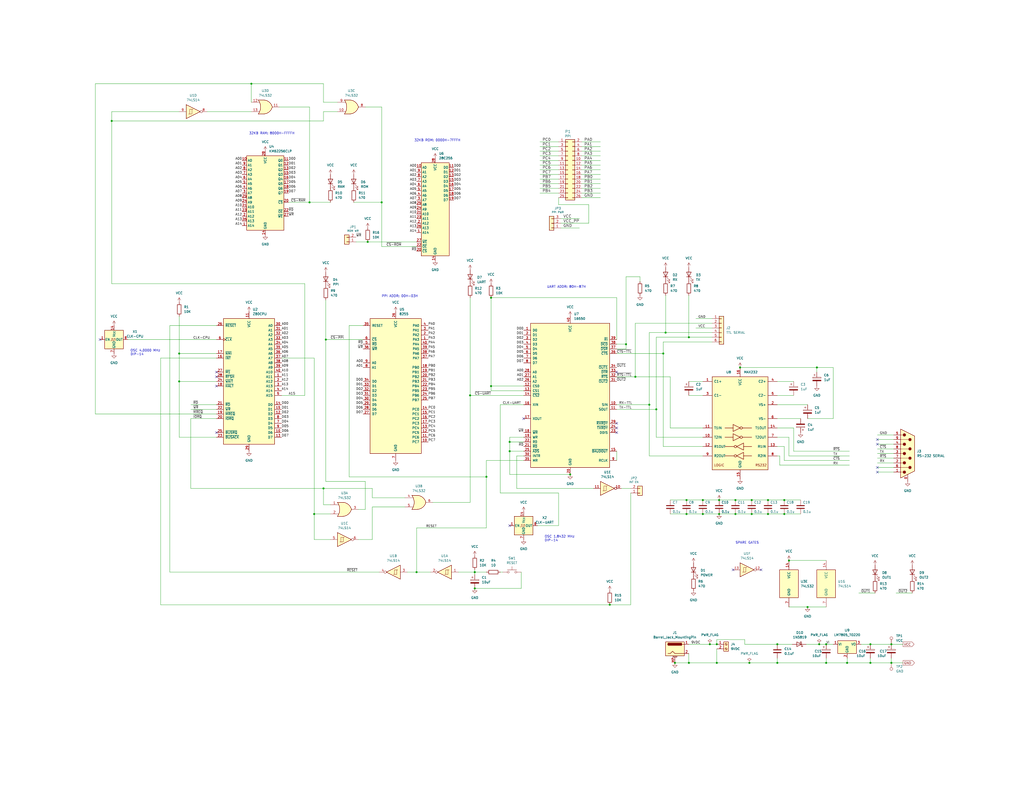
<source format=kicad_sch>
(kicad_sch (version 20211123) (generator eeschema)
  (paper "C")
  (junction (at 259.08 321.31))
  (junction (at 383.54 280.67))
  (junction (at 375.92 184.15))
  (junction (at 387.35 351.79))
  (junction (at 408.94 361.95))
  (junction (at 391.16 351.79))
  (junction (at 430.53 306.07))
  (junction (at 278.13 246.38))
  (junction (at 419.1 273.05))
  (junction (at 427.99 273.05))
  (junction (at 332.74 330.2))
  (junction (at 341.63 187.96))
  (junction (at 177.8 185.42))
  (junction (at 176.53 266.7))
  (junction (at 410.21 273.05))
  (junction (at 401.32 273.05))
  (junction (at 462.28 361.95))
  (junction (at 375.92 361.95))
  (junction (at 354.33 220.98))
  (junction (at 265.43 260.35))
  (junction (at 208.28 110.49))
  (junction (at 256.54 215.9))
  (junction (at 97.79 208.28))
  (junction (at 171.45 280.67))
  (junction (at 391.16 361.95))
  (junction (at 440.69 331.47))
  (junction (at 410.21 280.67))
  (junction (at 346.71 205.74))
  (junction (at 227.33 312.42))
  (junction (at 424.18 361.95))
  (junction (at 363.22 181.61))
  (junction (at 403.86 200.66))
  (junction (at 267.97 162.56))
  (junction (at 358.14 223.52))
  (junction (at 474.98 351.79))
  (junction (at 427.99 280.67))
  (junction (at 419.1 280.67))
  (junction (at 447.04 351.79))
  (junction (at 200.66 132.08))
  (junction (at 97.79 193.04))
  (junction (at 392.43 280.67))
  (junction (at 424.18 351.79))
  (junction (at 486.41 361.95))
  (junction (at 311.15 259.08))
  (junction (at 368.3 361.95))
  (junction (at 278.13 241.3))
  (junction (at 401.32 280.67))
  (junction (at 374.65 280.67))
  (junction (at 137.16 45.72))
  (junction (at 474.98 361.95))
  (junction (at 392.43 273.05))
  (junction (at 450.85 351.79))
  (junction (at 450.85 361.95))
  (junction (at 383.54 273.05))
  (junction (at 486.41 351.79))
  (junction (at 60.96 66.04))
  (junction (at 361.95 193.04))
  (junction (at 168.91 110.49))
  (junction (at 374.65 273.05))
  (junction (at 445.77 200.66))
  (junction (at 259.08 312.42))
  (junction (at 267.97 210.82))
  (no_connect (at 336.55 203.2))
  (no_connect (at 118.11 210.82))
  (no_connect (at 478.79 242.57))
  (no_connect (at 478.79 255.27))
  (no_connect (at 478.79 257.81))
  (no_connect (at 415.29 311.15))
  (no_connect (at 54.61 185.42))
  (no_connect (at 336.55 236.22))
  (no_connect (at 278.13 287.02))
  (no_connect (at 478.79 240.03))
  (no_connect (at 400.05 311.15))
  (no_connect (at 336.55 233.68))
  (no_connect (at 336.55 231.14))
  (no_connect (at 118.11 236.22))
  (no_connect (at 285.75 228.6))
  (no_connect (at 118.11 205.74))
  (no_connect (at 118.11 203.2))
  (wire (pts (xy 317.5 95.25) (xy 327.66 95.25)))
  (wire (pts (xy 424.18 351.79) (xy 432.2833 351.79)))
  (wire (pts (xy 391.16 351.79) (xy 391.16 349.25)))
  (wire (pts (xy 306.07 119.38) (xy 316.23 119.38)))
  (wire (pts (xy 354.33 248.92) (xy 383.54 248.92)))
  (wire (pts (xy 199.39 262.89) (xy 199.39 278.13)))
  (wire (pts (xy 273.05 269.24) (xy 304.8 269.24)))
  (wire (pts (xy 341.63 190.5) (xy 341.63 187.96)))
  (wire (pts (xy 273.05 312.42) (xy 274.32 312.42)))
  (wire (pts (xy 336.55 185.42) (xy 336.55 162.56)))
  (wire (pts (xy 346.71 176.53) (xy 346.71 205.74)))
  (wire (pts (xy 410.21 273.05) (xy 419.1 273.05)))
  (wire (pts (xy 97.79 193.04) (xy 97.79 208.28)))
  (wire (pts (xy 177.8 163.83) (xy 177.8 185.42)))
  (wire (pts (xy 365.76 273.05) (xy 374.65 273.05)))
  (wire (pts (xy 284.48 312.42) (xy 284.48 321.31)))
  (wire (pts (xy 285.75 213.36) (xy 267.97 213.36)))
  (wire (pts (xy 227.33 312.42) (xy 234.95 312.42)))
  (wire (pts (xy 250.19 312.42) (xy 259.08 312.42)))
  (wire (pts (xy 430.53 248.92) (xy 463.55 248.92)))
  (wire (pts (xy 401.32 273.05) (xy 410.21 273.05)))
  (wire (pts (xy 365.76 280.67) (xy 374.65 280.67)))
  (wire (pts (xy 294.64 77.47) (xy 304.8 77.47)))
  (wire (pts (xy 440.69 331.47) (xy 450.85 331.47)))
  (wire (pts (xy 433.07 246.38) (xy 463.55 246.38)))
  (wire (pts (xy 97.79 172.72) (xy 97.79 193.04)))
  (wire (pts (xy 285.75 238.76) (xy 278.13 238.76)))
  (wire (pts (xy 177.8 185.42) (xy 198.12 185.42)))
  (wire (pts (xy 391.16 361.95) (xy 408.94 361.95)))
  (wire (pts (xy 168.91 58.42) (xy 152.4 58.42)))
  (wire (pts (xy 104.14 266.7) (xy 176.53 266.7)))
  (wire (pts (xy 87.63 195.58) (xy 87.63 330.2)))
  (wire (pts (xy 375.92 161.29) (xy 375.92 184.15)))
  (wire (pts (xy 391.16 354.33) (xy 391.16 361.95)))
  (wire (pts (xy 195.58 294.64) (xy 203.2 294.64)))
  (wire (pts (xy 153.67 215.9) (xy 166.37 215.9)))
  (wire (pts (xy 375.92 215.9) (xy 383.54 215.9)))
  (wire (pts (xy 339.09 266.7) (xy 344.17 266.7)))
  (wire (pts (xy 52.07 226.06) (xy 52.07 45.72)))
  (wire (pts (xy 336.55 190.5) (xy 341.63 190.5)))
  (wire (pts (xy 306.07 124.46) (xy 316.23 124.46)))
  (wire (pts (xy 317.5 87.63) (xy 327.66 87.63)))
  (wire (pts (xy 474.98 359.41) (xy 474.98 361.95)))
  (wire (pts (xy 424.18 215.9) (xy 433.07 215.9)))
  (wire (pts (xy 317.5 92.71) (xy 327.66 92.71)))
  (wire (pts (xy 176.53 55.88) (xy 176.53 45.72)))
  (wire (pts (xy 294.64 102.87) (xy 304.8 102.87)))
  (wire (pts (xy 294.64 105.41) (xy 304.8 105.41)))
  (wire (pts (xy 113.03 60.96) (xy 137.16 60.96)))
  (wire (pts (xy 87.63 330.2) (xy 332.74 330.2)))
  (wire (pts (xy 285.75 246.38) (xy 278.13 246.38)))
  (wire (pts (xy 419.1 280.67) (xy 427.99 280.67)))
  (wire (pts (xy 478.79 257.81) (xy 487.68 257.81)))
  (wire (pts (xy 60.96 66.04) (xy 176.53 66.04)))
  (wire (pts (xy 193.04 110.49) (xy 208.28 110.49)))
  (wire (pts (xy 358.14 184.15) (xy 358.14 223.52)))
  (wire (pts (xy 424.18 359.41) (xy 424.18 361.95)))
  (wire (pts (xy 177.8 262.89) (xy 199.39 262.89)))
  (wire (pts (xy 168.91 110.49) (xy 180.34 110.49)))
  (wire (pts (xy 278.13 259.08) (xy 278.13 246.38)))
  (wire (pts (xy 256.54 274.32) (xy 236.22 274.32)))
  (wire (pts (xy 439.9033 351.79) (xy 447.04 351.79)))
  (wire (pts (xy 199.39 278.13) (xy 195.58 278.13)))
  (wire (pts (xy 256.54 162.56) (xy 256.54 215.9)))
  (wire (pts (xy 281.94 266.7) (xy 323.85 266.7)))
  (wire (pts (xy 424.18 361.95) (xy 450.85 361.95)))
  (wire (pts (xy 425.45 254) (xy 463.55 254)))
  (wire (pts (xy 137.16 45.72) (xy 137.16 55.88)))
  (wire (pts (xy 379.73 179.07) (xy 388.62 179.07)))
  (wire (pts (xy 445.77 200.66) (xy 454.66 200.66)))
  (wire (pts (xy 317.5 85.09) (xy 327.66 85.09)))
  (wire (pts (xy 478.79 242.57) (xy 487.68 242.57)))
  (wire (pts (xy 194.31 132.08) (xy 200.66 132.08)))
  (wire (pts (xy 427.99 251.46) (xy 463.55 251.46)))
  (wire (pts (xy 184.15 55.88) (xy 176.53 55.88)))
  (wire (pts (xy 190.5 260.35) (xy 265.43 260.35)))
  (wire (pts (xy 265.43 288.29) (xy 227.33 288.29)))
  (wire (pts (xy 430.53 238.76) (xy 430.53 248.92)))
  (wire (pts (xy 486.41 351.79) (xy 492.76 351.79)))
  (wire (pts (xy 445.77 200.66) (xy 445.77 203.2)))
  (wire (pts (xy 317.5 82.55) (xy 327.66 82.55)))
  (wire (pts (xy 478.79 250.19) (xy 487.68 250.19)))
  (wire (pts (xy 87.63 195.58) (xy 118.11 195.58)))
  (wire (pts (xy 440.69 228.6) (xy 454.66 228.6)))
  (wire (pts (xy 478.79 247.65) (xy 487.68 247.65)))
  (wire (pts (xy 424.18 233.68) (xy 433.07 233.68)))
  (wire (pts (xy 294.64 90.17) (xy 304.8 90.17)))
  (wire (pts (xy 424.18 220.98) (xy 440.69 220.98)))
  (wire (pts (xy 200.66 132.08) (xy 227.33 132.08)))
  (wire (pts (xy 317.5 102.87) (xy 327.66 102.87)))
  (wire (pts (xy 474.98 361.95) (xy 486.41 361.95)))
  (wire (pts (xy 227.33 288.29) (xy 227.33 312.42)))
  (wire (pts (xy 447.04 351.79) (xy 450.85 351.79)))
  (wire (pts (xy 176.53 275.59) (xy 180.34 275.59)))
  (wire (pts (xy 198.12 177.8) (xy 190.5 177.8)))
  (wire (pts (xy 387.35 351.79) (xy 391.16 351.79)))
  (wire (pts (xy 97.79 208.28) (xy 118.11 208.28)))
  (wire (pts (xy 317.5 97.79) (xy 327.66 97.79)))
  (wire (pts (xy 468.63 323.85) (xy 477.52 323.85)))
  (wire (pts (xy 153.67 195.58) (xy 171.45 195.58)))
  (wire (pts (xy 433.07 233.68) (xy 433.07 246.38)))
  (wire (pts (xy 118.11 177.8) (xy 92.71 177.8)))
  (wire (pts (xy 462.28 359.41) (xy 462.28 361.95)))
  (wire (pts (xy 294.64 82.55) (xy 304.8 82.55)))
  (wire (pts (xy 361.95 193.04) (xy 361.95 243.84)))
  (wire (pts (xy 474.98 351.79) (xy 486.41 351.79)))
  (wire (pts (xy 469.9 351.79) (xy 474.98 351.79)))
  (wire (pts (xy 450.85 359.41) (xy 450.85 361.95)))
  (wire (pts (xy 424.18 243.84) (xy 427.99 243.84)))
  (wire (pts (xy 166.37 154.94) (xy 60.96 154.94)))
  (wire (pts (xy 354.33 220.98) (xy 354.33 248.92)))
  (wire (pts (xy 321.31 111.76) (xy 321.31 121.92)))
  (wire (pts (xy 388.62 184.15) (xy 375.92 184.15)))
  (wire (pts (xy 60.96 154.94) (xy 60.96 66.04)))
  (wire (pts (xy 336.55 187.96) (xy 341.63 187.96)))
  (wire (pts (xy 430.53 331.47) (xy 440.69 331.47)))
  (wire (pts (xy 317.5 107.95) (xy 327.66 107.95)))
  (wire (pts (xy 403.86 200.66) (xy 445.77 200.66)))
  (wire (pts (xy 171.45 294.64) (xy 180.34 294.64)))
  (wire (pts (xy 97.79 193.04) (xy 118.11 193.04)))
  (wire (pts (xy 118.11 228.6) (xy 104.14 228.6)))
  (wire (pts (xy 317.5 100.33) (xy 327.66 100.33)))
  (wire (pts (xy 203.2 266.7) (xy 203.2 271.78)))
  (wire (pts (xy 171.45 280.67) (xy 180.34 280.67)))
  (wire (pts (xy 478.79 245.11) (xy 487.68 245.11)))
  (wire (pts (xy 488.95 323.85) (xy 497.84 323.85)))
  (wire (pts (xy 104.14 228.6) (xy 104.14 266.7)))
  (wire (pts (xy 104.14 220.98) (xy 118.11 220.98)))
  (wire (pts (xy 157.48 110.49) (xy 168.91 110.49)))
  (wire (pts (xy 278.13 241.3) (xy 285.75 241.3)))
  (wire (pts (xy 358.14 223.52) (xy 358.14 238.76)))
  (wire (pts (xy 208.28 58.42) (xy 199.39 58.42)))
  (wire (pts (xy 427.99 273.05) (xy 436.88 273.05)))
  (wire (pts (xy 166.37 215.9) (xy 166.37 154.94)))
  (wire (pts (xy 294.64 100.33) (xy 304.8 100.33)))
  (wire (pts (xy 336.55 246.38) (xy 336.55 251.46)))
  (wire (pts (xy 267.97 210.82) (xy 267.97 162.56)))
  (wire (pts (xy 375.92 184.15) (xy 358.14 184.15)))
  (wire (pts (xy 317.5 90.17) (xy 327.66 90.17)))
  (wire (pts (xy 203.2 276.86) (xy 203.2 294.64)))
  (wire (pts (xy 401.32 280.67) (xy 410.21 280.67)))
  (wire (pts (xy 365.76 205.74) (xy 365.76 233.68)))
  (wire (pts (xy 427.99 243.84) (xy 427.99 251.46)))
  (wire (pts (xy 332.74 330.2) (xy 344.17 330.2)))
  (wire (pts (xy 375.92 361.95) (xy 391.16 361.95)))
  (wire (pts (xy 256.54 215.9) (xy 285.75 215.9)))
  (wire (pts (xy 424.18 228.6) (xy 436.88 228.6)))
  (wire (pts (xy 171.45 195.58) (xy 171.45 280.67)))
  (wire (pts (xy 267.97 213.36) (xy 267.97 210.82)))
  (wire (pts (xy 336.55 223.52) (xy 358.14 223.52)))
  (wire (pts (xy 363.22 161.29) (xy 363.22 181.61)))
  (wire (pts (xy 358.14 238.76) (xy 383.54 238.76)))
  (wire (pts (xy 410.21 280.67) (xy 419.1 280.67)))
  (wire (pts (xy 374.65 280.67) (xy 383.54 280.67)))
  (wire (pts (xy 427.99 280.67) (xy 436.88 280.67)))
  (wire (pts (xy 285.75 210.82) (xy 267.97 210.82)))
  (wire (pts (xy 69.85 185.42) (xy 118.11 185.42)))
  (wire (pts (xy 168.91 110.49) (xy 168.91 58.42)))
  (wire (pts (xy 478.79 252.73) (xy 487.68 252.73)))
  (wire (pts (xy 227.33 134.62) (xy 208.28 134.62)))
  (wire (pts (xy 317.5 105.41) (xy 327.66 105.41)))
  (wire (pts (xy 454.66 200.66) (xy 454.66 228.6)))
  (wire (pts (xy 92.71 177.8) (xy 92.71 312.42)))
  (wire (pts (xy 424.18 208.28) (xy 433.07 208.28)))
  (wire (pts (xy 171.45 280.67) (xy 171.45 294.64)))
  (wire (pts (xy 311.15 259.08) (xy 278.13 259.08)))
  (wire (pts (xy 304.8 269.24) (xy 304.8 287.02)))
  (wire (pts (xy 374.65 273.05) (xy 383.54 273.05)))
  (wire (pts (xy 259.08 312.42) (xy 265.43 312.42)))
  (wire (pts (xy 379.73 173.99) (xy 388.62 173.99)))
  (wire (pts (xy 406.4 351.79) (xy 424.18 351.79)))
  (wire (pts (xy 60.96 60.96) (xy 60.96 66.04)))
  (wire (pts (xy 285.75 248.92) (xy 281.94 248.92)))
  (wire (pts (xy 97.79 238.76) (xy 97.79 208.28)))
  (wire (pts (xy 176.53 275.59) (xy 176.53 266.7)))
  (wire (pts (xy 361.95 186.69) (xy 361.95 193.04)))
  (wire (pts (xy 176.53 66.04) (xy 176.53 60.96)))
  (wire (pts (xy 383.54 273.05) (xy 392.43 273.05)))
  (wire (pts (xy 392.43 280.67) (xy 401.32 280.67)))
  (wire (pts (xy 388.62 176.53) (xy 346.71 176.53)))
  (wire (pts (xy 383.54 280.67) (xy 392.43 280.67)))
  (wire (pts (xy 478.79 255.27) (xy 487.68 255.27)))
  (wire (pts (xy 304.8 111.76) (xy 321.31 111.76)))
  (wire (pts (xy 317.5 77.47) (xy 327.66 77.47)))
  (wire (pts (xy 294.64 92.71) (xy 304.8 92.71)))
  (wire (pts (xy 375.92 356.87) (xy 375.92 361.95)))
  (wire (pts (xy 222.25 312.42) (xy 227.33 312.42)))
  (wire (pts (xy 430.53 306.07) (xy 450.85 306.07)))
  (wire (pts (xy 208.28 110.49) (xy 208.28 58.42)))
  (wire (pts (xy 349.25 151.13) (xy 349.25 153.67)))
  (wire (pts (xy 294.64 95.25) (xy 304.8 95.25)))
  (wire (pts (xy 408.94 361.95) (xy 424.18 361.95)))
  (wire (pts (xy 304.8 107.95) (xy 304.8 111.76)))
  (wire (pts (xy 341.63 151.13) (xy 349.25 151.13)))
  (wire (pts (xy 317.5 80.01) (xy 327.66 80.01)))
  (wire (pts (xy 391.16 349.25) (xy 406.4 349.25)))
  (wire (pts (xy 118.11 238.76) (xy 97.79 238.76)))
  (wire (pts (xy 321.31 121.92) (xy 306.07 121.92)))
  (wire (pts (xy 425.45 248.92) (xy 425.45 254)))
  (wire (pts (xy 363.22 181.61) (xy 354.33 181.61)))
  (wire (pts (xy 294.64 87.63) (xy 304.8 87.63)))
  (wire (pts (xy 97.79 60.96) (xy 60.96 60.96)))
  (wire (pts (xy 92.71 312.42) (xy 207.01 312.42)))
  (wire (pts (xy 267.97 162.56) (xy 336.55 162.56)))
  (wire (pts (xy 486.41 359.41) (xy 486.41 361.95)))
  (wire (pts (xy 52.07 45.72) (xy 137.16 45.72)))
  (wire (pts (xy 294.64 80.01) (xy 304.8 80.01)))
  (wire (pts (xy 265.43 251.46) (xy 285.75 251.46)))
  (wire (pts (xy 294.64 97.79) (xy 304.8 97.79)))
  (wire (pts (xy 259.08 312.42) (xy 259.08 313.69)))
  (wire (pts (xy 203.2 276.86) (xy 220.98 276.86)))
  (wire (pts (xy 259.08 311.15) (xy 259.08 312.42)))
  (wire (pts (xy 176.53 60.96) (xy 184.15 60.96)))
  (wire (pts (xy 486.41 361.95) (xy 492.76 361.95)))
  (wire (pts (xy 293.37 287.02) (xy 304.8 287.02)))
  (wire (pts (xy 450.85 351.79) (xy 454.66 351.79)))
  (wire (pts (xy 478.79 240.03) (xy 487.68 240.03)))
  (wire (pts (xy 285.75 220.98) (xy 273.05 220.98)))
  (wire (pts (xy 203.2 271.78) (xy 220.98 271.78)))
  (wire (pts (xy 450.85 361.95) (xy 462.28 361.95)))
  (wire (pts (xy 176.53 266.7) (xy 203.2 266.7)))
  (wire (pts (xy 190.5 260.35) (xy 190.5 177.8)))
  (wire (pts (xy 344.17 269.24) (xy 344.17 330.2)))
  (wire (pts (xy 346.71 205.74) (xy 365.76 205.74)))
  (wire (pts (xy 419.1 273.05) (xy 427.99 273.05)))
  (wire (pts (xy 462.28 361.95) (xy 474.98 361.95)))
  (wire (pts (xy 278.13 246.38) (xy 278.13 241.3)))
  (wire (pts (xy 281.94 248.92) (xy 281.94 266.7)))
  (wire (pts (xy 336.55 193.04) (xy 361.95 193.04)))
  (wire (pts (xy 278.13 238.76) (xy 278.13 241.3)))
  (wire (pts (xy 388.62 181.61) (xy 363.22 181.61)))
  (wire (pts (xy 361.95 186.69) (xy 388.62 186.69)))
  (wire (pts (xy 478.79 237.49) (xy 487.68 237.49)))
  (wire (pts (xy 273.05 220.98) (xy 273.05 269.24)))
  (wire (pts (xy 375.92 208.28) (xy 383.54 208.28)))
  (wire (pts (xy 361.95 243.84) (xy 383.54 243.84)))
  (wire (pts (xy 424.18 248.92) (xy 425.45 248.92)))
  (wire (pts (xy 365.76 233.68) (xy 383.54 233.68)))
  (wire (pts (xy 406.4 349.25) (xy 406.4 351.79)))
  (wire (pts (xy 294.64 85.09) (xy 304.8 85.09)))
  (wire (pts (xy 256.54 215.9) (xy 256.54 274.32)))
  (wire (pts (xy 336.55 220.98) (xy 354.33 220.98)))
  (wire (pts (xy 265.43 260.35) (xy 265.43 288.29)))
  (wire (pts (xy 177.8 185.42) (xy 177.8 262.89)))
  (wire (pts (xy 424.18 238.76) (xy 430.53 238.76)))
  (wire (pts (xy 341.63 187.96) (xy 341.63 151.13)))
  (wire (pts (xy 104.14 223.52) (xy 118.11 223.52)))
  (wire (pts (xy 354.33 181.61) (xy 354.33 220.98)))
  (wire (pts (xy 176.53 45.72) (xy 137.16 45.72)))
  (wire (pts (xy 118.11 226.06) (xy 52.07 226.06)))
  (wire (pts (xy 375.92 361.95) (xy 368.3 361.95)))
  (wire (pts (xy 336.55 205.74) (xy 346.71 205.74)))
  (wire (pts (xy 284.48 321.31) (xy 259.08 321.31)))
  (wire (pts (xy 375.92 351.79) (xy 387.35 351.79)))
  (wire (pts (xy 392.43 273.05) (xy 401.32 273.05)))
  (wire (pts (xy 208.28 134.62) (xy 208.28 110.49)))
  (wire (pts (xy 265.43 251.46) (xy 265.43 260.35)))
  (text "UART ADDR: 80H-87H" (at 298.45 157.48 0) (effects (font (size 1.27 1.27)) (justify left bottom)))
  (text "SPARE GATES" (at 401.32 297.18 0) (effects (font (size 1.27 1.27)) (justify left bottom)))
  (text "PPI ADDR: 00H-03H" (at 208.28 162.56 0) (effects (font (size 1.27 1.27)) (justify left bottom)))
  (text "OSC 1.8432 MHz\nDIP-14" (at 297.18 295.91 0) (effects (font (size 1.27 1.27)) (justify left bottom)))
  (text "32KB ROM: 0000H-7FFFH" (at 226.06 77.47 0) (effects (font (size 1.27 1.27)) (justify left bottom)))
  (text "32KB RAM: 8000H-FFFFH" (at 135.89 73.66 0) (effects (font (size 1.27 1.27)) (justify left bottom)))
  (text "OSC 4.0000 MHz\nDIP-14" (at 71.12 194.31 0) (effects (font (size 1.27 1.27)) (justify left bottom)))
  (label "A00" (at 132.08 87.63 180))
  (label "CLK-UART" (at 274.32 220.98 0))
  (label "~{OUT2}" (at 336.55 208.28 0))
  (label "GND" (at 318.77 107.95 0) (effects (font (size 1.524 1.524))))
  (label "~{RD}" (at 157.48 115.57 0))
  (label "PC2" (at 295.91 82.55 0) (effects (font (size 1.524 1.524))))
  (label "9VDC" (at 377.19 351.79 0))
  (label "PC3" (at 295.91 85.09 0) (effects (font (size 1.524 1.524))))
  (label "D03" (at 285.75 187.96 180))
  (label "PC7" (at 295.91 95.25 0) (effects (font (size 1.524 1.524))))
  (label "~{WR}" (at 157.48 118.11 0))
  (label "A09" (at 227.33 114.3 180))
  (label "A00" (at 153.67 177.8 0))
  (label "PA6" (at 233.68 193.04 0))
  (label "D07" (at 157.48 105.41 0))
  (label "A07" (at 227.33 109.22 180))
  (label "~{WR}" (at 194.31 129.54 0))
  (label "A02" (at 153.67 182.88 0))
  (label "RX" (at 454.66 254 0))
  (label "PC0" (at 295.91 77.47 0) (effects (font (size 1.524 1.524))))
  (label "~{WR}" (at 285.75 236.22 180))
  (label "PA1" (at 233.68 180.34 0))
  (label "PA1" (at 318.77 80.01 0) (effects (font (size 1.524 1.524))))
  (label "~{MREQ}" (at 105.41 226.06 0))
  (label "PA5" (at 318.77 90.17 0) (effects (font (size 1.524 1.524))))
  (label "A07" (at 153.67 195.58 0))
  (label "A01" (at 285.75 205.74 180))
  (label "D05" (at 153.67 233.68 0))
  (label "PC1" (at 295.91 80.01 0) (effects (font (size 1.524 1.524))))
  (label "D02" (at 157.48 92.71 0))
  (label "PA2" (at 233.68 182.88 0))
  (label "D06" (at 285.75 195.58 180))
  (label "PA7" (at 233.68 195.58 0))
  (label "PB3" (at 318.77 105.41 0) (effects (font (size 1.524 1.524))))
  (label "D04" (at 153.67 231.14 0))
  (label "TX-TTL" (at 337.82 223.52 0))
  (label "PC5" (at 233.68 236.22 0))
  (label "PB2" (at 318.77 102.87 0) (effects (font (size 1.524 1.524))))
  (label "~{RD}" (at 285.75 243.84 180))
  (label "D07" (at 285.75 198.12 180))
  (label "PA6" (at 318.77 92.71 0) (effects (font (size 1.524 1.524))))
  (label "A12" (at 132.08 118.11 180))
  (label "~{RESET}" (at 189.23 312.42 0))
  (label "PB6" (at 233.68 215.9 0))
  (label "A11" (at 132.08 115.57 180))
  (label "A09" (at 153.67 200.66 0))
  (label "RX" (at 480.06 252.73 0))
  (label "PB4" (at 295.91 105.41 0) (effects (font (size 1.524 1.524))))
  (label "D00" (at 285.75 180.34 180))
  (label "D04" (at 285.75 190.5 180))
  (label "PA4" (at 233.68 187.96 0))
  (label "PC6" (at 233.68 238.76 0))
  (label "A03" (at 227.33 99.06 180))
  (label "~{OUT2}" (at 490.22 323.85 0))
  (label "D03" (at 198.12 215.9 180))
  (label "~{CTS}" (at 480.06 245.11 0))
  (label "CLK-CPU" (at 105.41 185.42 0))
  (label "~{RTS}" (at 454.66 246.38 0))
  (label "D04" (at 157.48 97.79 0))
  (label "PC4" (at 295.91 87.63 0) (effects (font (size 1.524 1.524))))
  (label "A00" (at 227.33 91.44 180))
  (label "A11" (at 153.67 205.74 0))
  (label "~{OUT1}" (at 469.9 323.85 0))
  (label "PB4" (at 233.68 210.82 0))
  (label "RESET" (at 232.41 288.29 0))
  (label "A01" (at 198.12 200.66 180))
  (label "~{CS-RAM}" (at 158.75 110.49 0))
  (label "PA3" (at 318.77 85.09 0) (effects (font (size 1.524 1.524))))
  (label "PC6" (at 295.91 92.71 0) (effects (font (size 1.524 1.524))))
  (label "PA7" (at 318.77 95.25 0) (effects (font (size 1.524 1.524))))
  (label "PB3" (at 233.68 208.28 0))
  (label "D05" (at 247.65 104.14 0))
  (label "D00" (at 153.67 220.98 0))
  (label "A04" (at 153.67 187.96 0))
  (label "PB2" (at 233.68 205.74 0))
  (label "A12" (at 153.67 208.28 0))
  (label "TX" (at 454.66 248.92 0))
  (label "A01" (at 132.08 90.17 180))
  (label "VI" (at 450.85 351.79 0))
  (label "D00" (at 198.12 208.28 180))
  (label "A14" (at 227.33 127 180))
  (label "VCC" (at 307.34 119.38 0) (effects (font (size 1.524 1.524))))
  (label "D06" (at 198.12 223.52 180))
  (label "TX" (at 480.06 247.65 0))
  (label "~{RD}" (at 105.41 220.98 0))
  (label "RX-TTL" (at 337.82 220.98 0))
  (label "PC0" (at 233.68 223.52 0))
  (label "A01" (at 227.33 93.98 180))
  (label "A10" (at 132.08 113.03 180))
  (label "GND" (at 381 173.99 0))
  (label "D00" (at 157.48 87.63 0))
  (label "~{OUT1}" (at 336.55 200.66 0))
  (label "A00" (at 198.12 198.12 180))
  (label "A11" (at 227.33 119.38 180))
  (label "A02" (at 227.33 96.52 180))
  (label "~{CTS}" (at 454.66 251.46 0))
  (label "D02" (at 198.12 213.36 180))
  (label "GND" (at 480.06 237.49 0))
  (label "A02" (at 285.75 208.28 180))
  (label "D04" (at 198.12 218.44 180))
  (label "D00" (at 247.65 91.44 0))
  (label "PB1" (at 233.68 203.2 0))
  (label "D07" (at 247.65 109.22 0))
  (label "PA0" (at 233.68 177.8 0))
  (label "PB0" (at 233.68 200.66 0))
  (label "PC3" (at 233.68 231.14 0))
  (label "A09" (at 132.08 110.49 180))
  (label "A10" (at 227.33 116.84 180))
  (label "A03" (at 153.67 185.42 0))
  (label "A13" (at 227.33 124.46 180))
  (label "A01" (at 153.67 180.34 0))
  (label "A08" (at 153.67 198.12 0))
  (label "D02" (at 285.75 185.42 180))
  (label "A10" (at 153.67 203.2 0))
  (label "A02" (at 132.08 92.71 180))
  (label "~{CS-ROM}" (at 210.82 134.62 0))
  (label "PA5" (at 233.68 190.5 0))
  (label "PC1" (at 233.68 226.06 0))
  (label "D01" (at 153.67 223.52 0))
  (label "PB5" (at 233.68 213.36 0))
  (label "D03" (at 153.67 228.6 0))
  (label "PA2" (at 318.77 82.55 0) (effects (font (size 1.524 1.524))))
  (label "PC7" (at 233.68 241.3 0))
  (label "A04" (at 227.33 101.6 180))
  (label "VCC_PP" (at 307.34 121.92 0) (effects (font (size 1.524 1.524))))
  (label "D03" (at 157.48 95.25 0))
  (label "A06" (at 132.08 102.87 180))
  (label "A14" (at 153.67 213.36 0))
  (label "D06" (at 247.65 106.68 0))
  (label "~{RD}" (at 198.12 187.96 180))
  (label "A04" (at 132.08 97.79 180))
  (label "D06" (at 157.48 102.87 0))
  (label "A14" (at 132.08 123.19 180))
  (label "A05" (at 227.33 104.14 180))
  (label "D05" (at 157.48 100.33 0))
  (label "PB6" (at 295.91 100.33 0) (effects (font (size 1.524 1.524))))
  (label "~{WR}" (at 105.41 223.52 0))
  (label "PC5" (at 295.91 90.17 0) (effects (font (size 1.524 1.524))))
  (label "PA0" (at 318.77 77.47 0) (effects (font (size 1.524 1.524))))
  (label "~{CTS-TTL}" (at 336.55 193.04 0))
  (label "A05" (at 132.08 100.33 180))
  (label "GND" (at 307.34 124.46 0) (effects (font (size 1.524 1.524))))
  (label "PA4" (at 318.77 87.63 0) (effects (font (size 1.524 1.524))))
  (label "D01" (at 157.48 90.17 0))
  (label "A06" (at 153.67 193.04 0))
  (label "A07" (at 132.08 105.41 180))
  (label "D07" (at 153.67 238.76 0))
  (label "A13" (at 153.67 210.82 0))
  (label "D05" (at 285.75 193.04 180))
  (label "D01" (at 247.65 93.98 0))
  (label "D02" (at 247.65 96.52 0))
  (label "PB1" (at 318.77 100.33 0) (effects (font (size 1.524 1.524))))
  (label "D06" (at 153.67 236.22 0))
  (label "~{RTS}" (at 480.06 250.19 0))
  (label "~{CS-PPI}" (at 180.34 185.42 0))
  (label "~{WR}" (at 198.12 190.5 180))
  (label "~{RTS-TTL}" (at 336.55 205.74 0))
  (label "PC2" (at 233.68 228.6 0))
  (label "PB5" (at 295.91 102.87 0) (effects (font (size 1.524 1.524))))
  (label "~{CS-UART}" (at 259.08 215.9 0))
  (label "A03" (at 132.08 95.25 180))
  (label "PC4" (at 233.68 233.68 0))
  (label "D03" (at 247.65 99.06 0))
  (label "D01" (at 285.75 182.88 180))
  (label "D05" (at 198.12 220.98 180))
  (label "PB7" (at 233.68 218.44 0))
  (label "A15" (at 157.48 215.9 0))
  (label "PB0" (at 318.77 97.79 0) (effects (font (size 1.524 1.524))))
  (label "PA3" (at 233.68 185.42 0))
  (label "PB7" (at 295.91 97.79 0) (effects (font (size 1.524 1.524))))
  (label "A05" (at 153.67 190.5 0))
  (label "D01" (at 198.12 210.82 180))
  (label "~{RD}" (at 227.33 137.16 180))
  (label "A13" (at 132.08 120.65 180))
  (label "D04" (at 247.65 101.6 0))
  (label "A12" (at 227.33 121.92 180))
  (label "A06" (at 227.33 106.68 180))
  (label "A08" (at 227.33 111.76 180))
  (label "D02" (at 153.67 226.06 0))
  (label "VCC" (at 381 179.07 0))
  (label "~{IORQ}" (at 105.41 228.6 0))
  (label "A00" (at 285.75 203.2 180))
  (label "D07" (at 198.12 226.06 180))
  (label "A08" (at 132.08 107.95 180))
  (global_label "VCC" (shape output) (at 492.76 351.79 0) (property "Intersheet References" "${INTERSHEET_REFS}" (effects hide)))
  (global_label "GND" (shape output) (at 492.76 361.95 0) (property "Intersheet References" "${INTERSHEET_REFS}" (effects hide)))
  (symbol (lib_id "power:VCC") (at 378.46 307.34 0) (unit 1)
    (property "Reference" "#PWR018" (effects hide))
    (property "Value" "VCC" (at 378.46 302.26 0))
  )
  (symbol (lib_id "Device:C") (at 365.76 276.86 0) (unit 1)
    (property "Reference" "C7" (at 367.03 274.32 0) (effects (justify left)))
    (property "Value" "0.1u" (at 367.03 279.4 0) (effects (justify left)))
    (property "Footprint" "Capacitor_THT:C_Disc_D5.0mm_W2.5mm_P5.00mm" (effects hide))
  )
  (symbol (lib_id "power:VCC") (at 177.8 148.59 0) (unit 1)
    (property "Reference" "#PWR020" (effects hide))
    (property "Value" "VCC" (at 177.8 143.51 0))
  )
  (symbol (lib_id "Device:C_Polarized") (at 440.69 224.79 0) (unit 1)
    (property "Reference" "C5" (at 444.5 222.6309 0) (effects (justify left)))
    (property "Value" "1uF" (at 444.5 225.1709 0) (effects (justify left)))
    (property "Footprint" "Capacitor_THT:CP_Radial_D5.0mm_P2.50mm" (effects hide))
  )
  (symbol (lib_id "power:VCC") (at 285.75 279.4 0) (unit 1)
    (property "Reference" "#PWR025" (effects hide))
    (property "Value" "VCC" (at 285.75 274.32 0))
  )
  (symbol (lib_id "power:GND") (at 62.23 193.04 0) (unit 1)
    (property "Reference" "#PWR02" (effects hide))
    (property "Value" "GND" (at 62.23 198.12 0))
  )
  (symbol (lib_id "74xx:74LS14") (at 187.96 294.64 0) (unit 3)
    (property "Reference" "U1" (at 187.96 285.75 0))
    (property "Value" "74LS14" (at 187.96 288.29 0))
    (property "Footprint" "Package_DIP:DIP-14_W7.62mm_Socket_LongPads" (effects hide))
    (property "Datasheet" "http://www.ti.com/lit/gpn/sn74LS14" (effects hide))
  )
  (symbol (lib_id "power:GND") (at 445.77 210.82 0) (unit 1)
    (property "Reference" "#PWR029" (effects hide))
    (property "Value" "GND" (at 445.77 215.9 0))
  )
  (symbol (lib_id "Device:R") (at 497.84 320.04 0) (unit 1)
    (property "Reference" "R14" (at 500.38 318.7699 0) (effects (justify left)))
    (property "Value" "470" (at 500.38 321.3099 0) (effects (justify left)))
    (property "Footprint" "Resistor_THT:R_Axial_DIN0207_L6.3mm_D2.5mm_P7.62mm_Horizontal" (effects hide))
  )
  (symbol (lib_id "power:GND") (at 440.69 331.47 0) (unit 1)
    (property "Reference" "#PWR028" (effects hide))
    (property "Value" "GND" (at 440.69 336.55 0))
  )
  (symbol (lib_id "Interface_UART:MAX232") (at 403.86 231.14 0) (unit 1)
    (property "Reference" "U8" (at 396.24 203.2 0) (effects (justify left)))
    (property "Value" "MAX232" (at 405.8794 203.2 0) (effects (justify left)))
    (property "Footprint" "Package_DIP:DIP-16_W7.62mm_Socket_LongPads" (effects hide))
    (property "Datasheet" "http://www.ti.com/lit/ds/symlink/max232.pdf" (effects hide))
  )
  (symbol (lib_id "power:VCC") (at 267.97 154.94 0) (unit 1)
    (property "Reference" "#PWR014" (effects hide))
    (property "Value" "VCC" (at 267.97 149.86 0))
  )
  (symbol (lib_id "Device:LED") (at 378.46 311.15 90) (unit 1)
    (property "Reference" "D1" (at 382.27 311.4674 90) (effects (justify right)))
    (property "Value" "POWER" (at 382.27 314.0074 90) (effects (justify right)))
    (property "Footprint" "LED_THT:LED_D3.0mm" (effects hide))
  )
  (symbol (lib_id "Regulator_Linear:LM7805_TO220") (at 462.28 351.79 0) (unit 1)
    (property "Reference" "U9" (at 462.28 344.17 0))
    (property "Value" "LM7805_TO220" (at 462.28 346.71 0))
    (property "Footprint" "Package_TO_SOT_THT:TO-220-3_Horizontal_TabDown" (effects hide))
    (property "Datasheet" "https://www.onsemi.cn/PowerSolutions/document/MC7800-D.PDF" (effects hide))
  )
  (symbol (lib_id "74xx:74LS14") (at 450.85 318.77 0) (unit 7)
    (property "Reference" "U1" (at 457.2 317.4999 0) (effects (justify left)))
    (property "Value" "74LS14" (at 457.2 320.0399 0) (effects (justify left)))
    (property "Footprint" "Package_DIP:DIP-14_W7.62mm_Socket_LongPads" (effects hide))
    (property "Datasheet" "http://www.ti.com/lit/gpn/sn74LS14" (effects hide))
  )
  (symbol (lib_id "Device:R") (at 269.24 312.42 90) (unit 1)
    (property "Reference" "R4" (at 269.24 306.07 90))
    (property "Value" "10" (at 269.24 308.61 90))
    (property "Footprint" "Resistor_THT:R_Axial_DIN0207_L6.3mm_D2.5mm_P7.62mm_Horizontal" (effects hide))
  )
  (symbol (lib_id "power:GND") (at 495.3 262.89 0) (unit 1)
    (property "Reference" "#PWR030" (effects hide))
    (property "Value" "GND" (at 495.3 267.97 0))
  )
  (symbol (lib_id "Device:R") (at 97.79 168.91 0) (unit 1)
    (property "Reference" "R1" (at 100.33 167.6399 0) (effects (justify left)))
    (property "Value" "10K" (at 100.33 170.1799 0) (effects (justify left)))
    (property "Footprint" "Resistor_THT:R_Axial_DIN0207_L6.3mm_D2.5mm_P7.62mm_Horizontal" (effects hide))
  )
  (symbol (lib_id "74xx:74LS14") (at 407.67 311.15 0) (unit 6)
    (property "Reference" "U1" (at 407.67 302.26 0))
    (property "Value" "74LS14" (at 407.67 304.8 0))
    (property "Footprint" "Package_DIP:DIP-14_W7.62mm_Socket_LongPads" (effects hide))
    (property "Datasheet" "http://www.ti.com/lit/gpn/sn74LS14" (effects hide))
  )
  (symbol (lib_id "Device:C") (at 383.54 276.86 0) (unit 1)
    (property "Reference" "C9" (at 384.81 274.32 0) (effects (justify left)))
    (property "Value" "0.1u" (at 384.81 279.4 0) (effects (justify left)))
    (property "Footprint" "Capacitor_THT:C_Disc_D5.0mm_W2.5mm_P5.00mm" (effects hide))
  )
  (symbol (lib_id "Device:R") (at 477.52 320.04 0) (unit 1)
    (property "Reference" "R13" (at 480.06 318.7699 0) (effects (justify left)))
    (property "Value" "470" (at 480.06 321.3099 0) (effects (justify left)))
    (property "Footprint" "Resistor_THT:R_Axial_DIN0207_L6.3mm_D2.5mm_P7.62mm_Horizontal" (effects hide))
  )
  (symbol (lib_id "Device:C_Polarized") (at 433.07 212.09 0) (unit 1)
    (property "Reference" "C3" (at 436.88 209.9309 0) (effects (justify left)))
    (property "Value" "1uF" (at 436.88 212.4709 0) (effects (justify left)))
    (property "Footprint" "Capacitor_THT:CP_Radial_D5.0mm_P2.50mm" (effects hide))
  )
  (symbol (lib_id "Connector:DB9_Male_MountingHoles") (at 495.3 247.65 0) (unit 1)
    (property "Reference" "J3" (at 500.38 246.3799 0) (effects (justify left)))
    (property "Value" "RS-232 SERIAL" (at 500.38 248.9199 0) (effects (justify left)))
    (property "Footprint" "Connector_Dsub:DSUB-9_Male_Horizontal_P2.77x2.84mm_EdgePinOffset4.94mm_Housed_MountingHolesOffset7.48mm" (effects hide))
    (property "Datasheet" " ~" (effects hide))
  )
  (symbol (lib_id "power:VCC") (at 363.22 146.05 0) (unit 1)
    (property "Reference" "#PWR031" (effects hide))
    (property "Value" "VCC" (at 363.22 140.97 0))
  )
  (symbol (lib_id "Device:R") (at 375.92 157.48 0) (unit 1)
    (property "Reference" "R8" (at 378.46 156.2099 0) (effects (justify left)))
    (property "Value" "470" (at 378.46 158.7499 0) (effects (justify left)))
    (property "Footprint" "Resistor_THT:R_Axial_DIN0207_L6.3mm_D2.5mm_P7.62mm_Horizontal" (effects hide))
  )
  (symbol (lib_id "Device:C") (at 401.32 276.86 0) (unit 1)
    (property "Reference" "C11" (at 402.59 274.32 0) (effects (justify left)))
    (property "Value" "0.1u" (at 402.59 279.4 0) (effects (justify left)))
    (property "Footprint" "Capacitor_THT:C_Disc_D5.0mm_W2.5mm_P5.00mm" (effects hide))
  )
  (symbol (lib_id "74xx:74LS32") (at 187.96 278.13 0) (unit 1)
    (property "Reference" "U3" (at 187.96 269.24 0))
    (property "Value" "74LS32" (at 187.96 271.78 0))
    (property "Footprint" "Package_DIP:DIP-14_W7.62mm_Socket_LongPads" (effects hide))
    (property "Datasheet" "http://www.ti.com/lit/gpn/sn74LS32" (effects hide))
  )
  (symbol (lib_id "power:GND") (at 311.15 259.08 0) (unit 1)
    (property "Reference" "#PWR016" (effects hide))
    (property "Value" "GND" (at 311.15 264.16 0))
  )
  (symbol (lib_id "Device:C") (at 392.43 276.86 0) (unit 1)
    (property "Reference" "C10" (at 393.7 274.32 0) (effects (justify left)))
    (property "Value" "0.1u" (at 393.7 279.4 0) (effects (justify left)))
    (property "Footprint" "Capacitor_THT:C_Disc_D5.0mm_W2.5mm_P5.00mm" (effects hide))
  )
  (symbol (lib_id "Device:LED") (at 256.54 151.13 90) (unit 1)
    (property "Reference" "D7" (at 260.35 151.4474 90) (effects (justify right)))
    (property "Value" "UART" (at 260.35 153.9874 90) (effects (justify right)))
    (property "Footprint" "LED_THT:LED_D3.0mm" (effects hide))
  )
  (symbol (lib_id "Device:C_Polarized") (at 436.88 232.41 180) (unit 1)
    (property "Reference" "C4" (at 440.69 232.0289 0) (effects (justify right)))
    (property "Value" "1uF" (at 440.69 234.5689 0) (effects (justify right)))
    (property "Footprint" "Capacitor_THT:CP_Radial_D5.0mm_P2.50mm" (effects hide))
  )
  (symbol (lib_id "74xx:74LS32") (at 430.53 318.77 0) (unit 5)
    (property "Reference" "U3" (at 436.88 317.4999 0) (effects (justify left)))
    (property "Value" "74LS32" (at 436.88 320.0399 0) (effects (justify left)))
    (property "Footprint" "Package_DIP:DIP-14_W7.62mm_Socket_LongPads" (effects hide))
    (property "Datasheet" "http://www.ti.com/lit/gpn/sn74LS32" (effects hide))
  )
  (symbol (lib_id "Device:C") (at 419.1 276.86 0) (unit 1)
    (property "Reference" "C13" (at 420.37 274.32 0) (effects (justify left)))
    (property "Value" "0.1u" (at 420.37 279.4 0) (effects (justify left)))
    (property "Footprint" "Capacitor_THT:C_Disc_D5.0mm_W2.5mm_P5.00mm" (effects hide))
  )
  (symbol (lib_id "power:GND") (at 215.9 251.46 0) (unit 1)
    (property "Reference" "#PWR09" (effects hide))
    (property "Value" "GND" (at 215.9 256.54 0))
  )
  (symbol (lib_id "Device:R") (at 267.97 158.75 0) (unit 1)
    (property "Reference" "R3" (at 270.51 157.4799 0) (effects (justify left)))
    (property "Value" "10K" (at 270.51 160.0199 0) (effects (justify left)))
    (property "Footprint" "Resistor_THT:R_Axial_DIN0207_L6.3mm_D2.5mm_P7.62mm_Horizontal" (effects hide))
  )
  (symbol (lib_id "Device:R") (at 180.34 106.68 0) (unit 1)
    (property "Reference" "R10" (at 182.88 105.4099 0) (effects (justify left)))
    (property "Value" "470" (at 182.88 107.9499 0) (effects (justify left)))
    (property "Footprint" "Resistor_THT:R_Axial_DIN0207_L6.3mm_D2.5mm_P7.62mm_Horizontal" (effects hide))
  )
  (symbol (lib_id "CPU:Z80CPU") (at 135.89 208.28 0) (unit 1)
    (property "Reference" "U2" (at 137.9094 168.91 0) (effects (justify left)))
    (property "Value" "Z80CPU" (at 137.9094 171.45 0) (effects (justify left)))
    (property "Footprint" "Package_DIP:DIP-40_W15.24mm_Socket_LongPads" (effects hide))
    (property "Datasheet" "www.zilog.com/manage_directlink.php?filepath=docs/z80/um0080" (effects hide))
  )
  (symbol (lib_id "power:VCC") (at 97.79 165.1 0) (unit 1)
    (property "Reference" "#PWR03" (effects hide))
    (property "Value" "VCC" (at 97.79 160.02 0))
  )
  (symbol (lib_id "74xx:74LS14") (at 331.47 266.7 0) (unit 5)
    (property "Reference" "U1" (at 331.47 257.81 0))
    (property "Value" "74LS14" (at 331.47 260.35 0))
    (property "Footprint" "Package_DIP:DIP-14_W7.62mm_Socket_LongPads" (effects hide))
    (property "Datasheet" "http://www.ti.com/lit/gpn/sn74LS14" (effects hide))
  )
  (symbol (lib_id "74xx:74LS14") (at 242.57 312.42 180) (unit 1)
    (property "Reference" "U1" (at 242.57 303.53 0))
    (property "Value" "74LS14" (at 242.57 306.07 0))
    (property "Footprint" "Package_DIP:DIP-14_W7.62mm_Socket_LongPads" (effects hide))
    (property "Datasheet" "http://www.ti.com/lit/gpn/sn74LS14" (effects hide))
  )
  (symbol (lib_id "Device:LED") (at 177.8 152.4 90) (unit 1)
    (property "Reference" "D4" (at 181.61 152.7174 90) (effects (justify right)))
    (property "Value" "PPI" (at 181.61 155.2574 90) (effects (justify right)))
    (property "Footprint" "LED_THT:LED_D3.0mm" (effects hide))
  )
  (symbol (lib_id "Connector:Barrel_Jack_MountingPin") (at 368.3 354.33 0) (unit 1)
    (property "Reference" "J1" (at 368.3 345.44 0))
    (property "Value" "Barrel_Jack_MountingPin" (at 368.3 347.98 0))
    (property "Footprint" "Connector_BarrelJack:BarrelJack_Horizontal" (effects hide))
  )
  (symbol (lib_id "Connector:TestPoint") (at 486.41 361.95 180) (unit 1)
    (property "Reference" "TP2" (at 488.95 363.9819 0) (effects (justify right)))
    (property "Value" "GND" (at 488.95 366.5219 0) (effects (justify right)))
    (property "Footprint" "Connector_PinHeader_2.54mm:PinHeader_1x01_P2.54mm_Vertical" (effects hide))
  )
  (symbol (lib_id "Connector:TestPoint") (at 486.41 351.79 0) (unit 1)
    (property "Reference" "TP1" (at 488.95 347.2179 0) (effects (justify left)))
    (property "Value" "VCC" (at 488.95 349.7579 0) (effects (justify left)))
    (property "Footprint" "Connector_PinHeader_2.54mm:PinHeader_1x01_P2.54mm_Vertical" (effects hide))
  )
  (symbol (lib_id "Device:C") (at 374.65 276.86 0) (unit 1)
    (property "Reference" "C8" (at 375.92 274.32 0) (effects (justify left)))
    (property "Value" "0.1u" (at 375.92 279.4 0) (effects (justify left)))
    (property "Footprint" "Capacitor_THT:C_Disc_D5.0mm_W2.5mm_P5.00mm" (effects hide))
  )
  (symbol (lib_id "Connector_Generic:Conn_01x02") (at 349.25 269.24 0) (mirror x) (unit 1)
    (property "Reference" "JP2" (at 345.8718 261.0866 0))
    (property "Value" "INT EN" (at 345.8718 263.2202 0) (effects (font (size 1.016 1.016))))
    (property "Footprint" "Connector_PinHeader_2.54mm:PinHeader_1x02_P2.54mm_Vertical" (effects hide))
  )
  (symbol (lib_id "power:VCC") (at 497.84 308.61 0) (unit 1)
    (property "Reference" "#PWR037" (effects hide))
    (property "Value" "VCC" (at 497.84 303.53 0))
  )
  (symbol (lib_id "Device:C_Polarized") (at 486.41 355.6 0) (unit 1)
    (property "Reference" "C17" (at 480.06 355.6 0) (effects (justify left)))
    (property "Value" "10uF" (at 478.79 358.14 0) (effects (justify left)))
    (property "Footprint" "Capacitor_THT:CP_Radial_D5.0mm_P2.50mm" (effects hide))
  )
  (symbol (lib_id "74xx:74LS14") (at 214.63 312.42 180) (unit 2)
    (property "Reference" "U1" (at 214.63 303.53 0))
    (property "Value" "74LS14" (at 214.63 306.07 0))
    (property "Footprint" "Package_DIP:DIP-14_W7.62mm_Socket_LongPads" (effects hide))
    (property "Datasheet" "http://www.ti.com/lit/gpn/sn74LS14" (effects hide))
  )
  (symbol (lib_id "Connector_Generic:Conn_01x02") (at 189.23 132.08 180) (unit 1)
    (property "Reference" "JP1" (at 192.6082 123.9266 0))
    (property "Value" "ROM WR" (at 192.6082 126.0602 0) (effects (font (size 1.016 1.016))))
    (property "Footprint" "Connector_PinHeader_2.54mm:PinHeader_1x02_P2.54mm_Vertical" (effects hide))
  )
  (symbol (lib_id "Interface:8255") (at 215.9 210.82 0) (unit 1)
    (property "Reference" "U5" (at 217.9194 168.91 0) (effects (justify left)))
    (property "Value" "8255" (at 217.9194 171.45 0) (effects (justify left)))
    (property "Footprint" "Package_DIP:DIP-40_W15.24mm_Socket_LongPads" (effects hide))
    (property "Datasheet" "http://aturing.umcs.maine.edu/~meadow/courses/cos335/Intel8255A.pdf" (effects hide))
  )
  (symbol (lib_id "Connector_Generic:Conn_02x13_Odd_Even") (at 309.88 92.71 0) (unit 1)
    (property "Reference" "P1" (at 309.88 71.8566 0) (effects (font (size 1.524 1.524))))
    (property "Value" "PPI" (at 309.88 74.3458 0))
    (property "Footprint" "Connector_IDC:IDC-Header_2x13_P2.54mm_Horizontal" (effects hide))
  )
  (symbol (lib_id "Device:LED") (at 477.52 312.42 90) (unit 1)
    (property "Reference" "D8" (at 481.33 312.7374 90) (effects (justify right)))
    (property "Value" "OUT1" (at 481.33 315.2774 90) (effects (justify right)))
    (property "Footprint" "LED_THT:LED_D3.0mm" (effects hide))
  )
  (symbol (lib_id "Device:R") (at 256.54 158.75 0) (unit 1)
    (property "Reference" "R12" (at 259.08 157.4799 0) (effects (justify left)))
    (property "Value" "470" (at 259.08 160.0199 0) (effects (justify left)))
    (property "Footprint" "Resistor_THT:R_Axial_DIN0207_L6.3mm_D2.5mm_P7.62mm_Horizontal" (effects hide))
  )
  (symbol (lib_id "power:VCC") (at 375.92 146.05 0) (unit 1)
    (property "Reference" "#PWR032" (effects hide))
    (property "Value" "VCC" (at 375.92 140.97 0))
  )
  (symbol (lib_id "power:GND") (at 135.89 246.38 0) (unit 1)
    (property "Reference" "#PWR05" (effects hide))
    (property "Value" "GND" (at 135.89 251.46 0))
  )
  (symbol (lib_id "Device:LED") (at 363.22 149.86 90) (unit 1)
    (property "Reference" "D2" (at 367.03 150.1774 90) (effects (justify right)))
    (property "Value" "RX" (at 367.03 152.7174 90) (effects (justify right)))
    (property "Footprint" "LED_THT:LED_D3.0mm" (effects hide))
  )
  (symbol (lib_id "Memory_RAM:KM62256CLP") (at 144.78 105.41 0) (unit 1)
    (property "Reference" "U4" (at 146.7994 80.01 0) (effects (justify left)))
    (property "Value" "KM62256CLP" (at 146.7994 82.55 0) (effects (justify left)))
    (property "Footprint" "Package_DIP:DIP-28_W15.24mm_Socket_LongPads" (effects hide))
    (property "Datasheet" "https://www.futurlec.com/Datasheet/Memory/62256.pdf" (effects hide))
  )
  (symbol (lib_id "74xx:74LS14") (at 105.41 60.96 0) (unit 4)
    (property "Reference" "U1" (at 105.41 52.07 0))
    (property "Value" "74LS14" (at 105.41 54.61 0))
    (property "Footprint" "Package_DIP:DIP-14_W7.62mm_Socket_LongPads" (effects hide))
    (property "Datasheet" "http://www.ti.com/lit/gpn/sn74LS14" (effects hide))
  )
  (symbol (lib_id "74xx:74LS32") (at 228.6 274.32 0) (unit 2)
    (property "Reference" "U3" (at 228.6 265.43 0))
    (property "Value" "74LS32" (at 228.6 267.97 0))
    (property "Footprint" "Package_DIP:DIP-14_W7.62mm_Socket_LongPads" (effects hide))
    (property "Datasheet" "http://www.ti.com/lit/gpn/sn74LS32" (effects hide))
  )
  (symbol (lib_id "Connector:Screw_Terminal_01x02") (at 396.24 351.79 0) (unit 1)
    (property "Reference" "J4" (at 398.78 351.7899 0) (effects (justify left)))
    (property "Value" "9VDC" (at 398.78 354.3299 0) (effects (justify left)))
    (property "Footprint" "TerminalBlock_Phoenix:TerminalBlock_Phoenix_MKDS-1,5-2-5.08_1x02_P5.08mm_Horizontal" (effects hide))
  )
  (symbol (lib_id "Connector_Generic:Conn_01x03") (at 300.99 121.92 180) (unit 1)
    (property "Reference" "JP3" (at 304.3682 113.7666 0))
    (property "Value" "PPI PWR" (at 304.3682 115.9002 0) (effects (font (size 1.016 1.016))))
    (property "Footprint" "Connector_PinHeader_2.54mm:PinHeader_1x03_P2.54mm_Vertical" (effects hide))
  )
  (symbol (lib_id "Device:R") (at 177.8 160.02 0) (unit 1)
    (property "Reference" "R9" (at 180.34 158.7499 0) (effects (justify left)))
    (property "Value" "470" (at 180.34 161.2899 0) (effects (justify left)))
    (property "Footprint" "Resistor_THT:R_Axial_DIN0207_L6.3mm_D2.5mm_P7.62mm_Horizontal" (effects hide))
  )
  (symbol (lib_id "power:VCC") (at 256.54 147.32 0) (unit 1)
    (property "Reference" "#PWR035" (effects hide))
    (property "Value" "VCC" (at 256.54 142.24 0))
  )
  (symbol (lib_id "power:VCC") (at 135.89 170.18 0) (unit 1)
    (property "Reference" "#PWR04" (effects hide))
    (property "Value" "VCC" (at 135.89 165.1 0))
  )
  (symbol (lib_id "Device:R") (at 200.66 128.27 0) (unit 1)
    (property "Reference" "R16" (at 203.2 126.9999 0) (effects (justify left)))
    (property "Value" "10K" (at 203.2 129.5399 0) (effects (justify left)))
    (property "Footprint" "Resistor_THT:R_Axial_DIN0207_L6.3mm_D2.5mm_P7.62mm_Horizontal" (effects hide))
  )
  (symbol (lib_id "Device:C") (at 427.99 276.86 0) (unit 1)
    (property "Reference" "C18" (at 429.26 274.32 0) (effects (justify left)))
    (property "Value" "0.1u" (at 429.26 279.4 0) (effects (justify left)))
    (property "Footprint" "Capacitor_THT:C_Disc_D5.0mm_W2.5mm_P5.00mm" (effects hide))
  )
  (symbol (lib_id "Device:C") (at 436.88 276.86 0) (unit 1)
    (property "Reference" "C19" (at 438.15 274.32 0) (effects (justify left)))
    (property "Value" "0.1u" (at 438.15 279.4 0) (effects (justify left)))
    (property "Footprint" "Capacitor_THT:C_Disc_D5.0mm_W2.5mm_P5.00mm" (effects hide))
  )
  (symbol (lib_id "power:PWR_FLAG") (at 447.04 351.79 0) (unit 1)
    (property "Reference" "#FLG05" (effects hide))
    (property "Value" "PWR_FLAG" (at 447.04 346.71 0))
  )
  (symbol (lib_id "power:GND") (at 144.78 128.27 0) (unit 1)
    (property "Reference" "#PWR07" (effects hide))
    (property "Value" "GND" (at 144.78 133.35 0))
  )
  (symbol (lib_id "power:VCC") (at 477.52 308.61 0) (unit 1)
    (property "Reference" "#PWR036" (effects hide))
    (property "Value" "VCC" (at 477.52 303.53 0))
  )
  (symbol (lib_id "power:VCC") (at 200.66 124.46 0) (unit 1)
    (property "Reference" "#PWR041" (effects hide))
    (property "Value" "VCC" (at 200.66 119.38 0))
  )
  (symbol (lib_id "Oscillator:CXO_DIP14") (at 285.75 287.02 0) (unit 1)
    (property "Reference" "X2" (at 297.18 282.6893 0))
    (property "Value" "CLK-UART" (at 297.18 285.2293 0))
    (property "Footprint" "Oscillator:Oscillator_DIP-14" (effects hide))
    (property "Datasheet" "http://cdn-reichelt.de/documents/datenblatt/B400/OSZI.pdf" (effects hide))
  )
  (symbol (lib_id "power:VCC") (at 311.15 172.72 0) (unit 1)
    (property "Reference" "#PWR015" (effects hide))
    (property "Value" "VCC" (at 311.15 167.64 0))
  )
  (symbol (lib_id "Device:R") (at 259.08 307.34 0) (unit 1)
    (property "Reference" "R2" (at 261.62 306.0699 0) (effects (justify left)))
    (property "Value" "10K" (at 261.62 308.6099 0) (effects (justify left)))
    (property "Footprint" "Resistor_THT:R_Axial_DIN0207_L6.3mm_D2.5mm_P7.62mm_Horizontal" (effects hide))
  )
  (symbol (lib_id "Device:C_Polarized") (at 445.77 207.01 0) (unit 1)
    (property "Reference" "C6" (at 449.58 204.8509 0) (effects (justify left)))
    (property "Value" "1uF" (at 449.58 207.3909 0) (effects (justify left)))
    (property "Footprint" "Capacitor_THT:CP_Radial_D5.0mm_P2.50mm" (effects hide))
  )
  (symbol (lib_id "power:GND") (at 403.86 261.62 0) (unit 1)
    (property "Reference" "#PWR023" (effects hide))
    (property "Value" "GND" (at 403.86 266.7 0))
  )
  (symbol (lib_id "power:VCC") (at 259.08 303.53 0) (unit 1)
    (property "Reference" "#PWR012" (effects hide))
    (property "Value" "VCC" (at 259.08 298.45 0))
  )
  (symbol (lib_id "power:PWR_FLAG") (at 387.35 351.79 0) (unit 1)
    (property "Reference" "#FLG03" (effects hide))
    (property "Value" "PWR_FLAG" (at 387.35 346.71 0))
  )
  (symbol (lib_id "Diode:1N5819") (at 436.0933 351.79 180) (unit 1)
    (property "Reference" "D10" (at 436.4108 345.44 0))
    (property "Value" "1N5819" (at 436.4108 347.98 0))
    (property "Footprint" "Diode_THT:D_DO-41_SOD81_P10.16mm_Horizontal" (effects hide))
    (property "Datasheet" "http://www.vishay.com/docs/88525/1n5817.pdf" (effects hide))
  )
  (symbol (lib_id "Memory_EEPROM:28C256") (at 237.49 114.3 0) (unit 1)
    (property "Reference" "U6" (at 239.5094 83.82 0) (effects (justify left)))
    (property "Value" "28C256" (at 239.5094 86.36 0) (effects (justify left)))
    (property "Footprint" "Socket:DIP_Socket-28_W11.9_W12.7_W15.24_W17.78_W18.5_3M_228-1277-00-0602J" (effects hide))
    (property "Datasheet" "http://ww1.microchip.com/downloads/en/DeviceDoc/doc0006.pdf" (effects hide))
  )
  (symbol (lib_id "power:VCC") (at 332.74 322.58 0) (unit 1)
    (property "Reference" "#PWR040" (effects hide))
    (property "Value" "VCC" (at 332.74 317.5 0))
  )
  (symbol (lib_id "Interface_UART:16550") (at 311.15 215.9 0) (unit 1)
    (property "Reference" "U7" (at 313.1694 171.45 0) (effects (justify left)))
    (property "Value" "16550" (at 313.1694 173.99 0) (effects (justify left)))
    (property "Footprint" "Package_DIP:DIP-40_W15.24mm_Socket_LongPads" (effects hide))
    (property "Datasheet" "http://www.ti.com/lit/ds/symlink/pc16550d.pdf" (effects hide))
  )
  (symbol (lib_id "Device:R") (at 193.04 106.68 0) (unit 1)
    (property "Reference" "R11" (at 195.58 105.4099 0) (effects (justify left)))
    (property "Value" "470" (at 195.58 107.9499 0) (effects (justify left)))
    (property "Footprint" "Resistor_THT:R_Axial_DIN0207_L6.3mm_D2.5mm_P7.62mm_Horizontal" (effects hide))
  )
  (symbol (lib_id "Device:C_Polarized") (at 474.98 355.6 0) (unit 1)
    (property "Reference" "C16" (at 468.63 355.6 0) (effects (justify left)))
    (property "Value" "10uF" (at 467.36 358.14 0) (effects (justify left)))
    (property "Footprint" "Capacitor_THT:CP_Radial_D5.0mm_P2.50mm" (effects hide))
  )
  (symbol (lib_id "Connector_Generic:Conn_01x06") (at 393.7 179.07 0) (unit 1)
    (property "Reference" "J2" (at 396.24 179.0699 0) (effects (justify left)))
    (property "Value" "TTL SERIAL" (at 396.24 181.6099 0) (effects (justify left)))
    (property "Footprint" "Connector_PinHeader_2.54mm:PinHeader_1x06_P2.54mm_Horizontal" (effects hide))
  )
  (symbol (lib_id "Device:LED") (at 180.34 99.06 90) (unit 1)
    (property "Reference" "D5" (at 184.15 99.3774 90) (effects (justify right)))
    (property "Value" "RAM" (at 184.15 101.9174 90) (effects (justify right)))
    (property "Footprint" "LED_THT:LED_D3.0mm" (effects hide))
  )
  (symbol (lib_id "power:GND") (at 392.43 280.67 0) (unit 1)
    (property "Reference" "#PWR039" (effects hide))
    (property "Value" "GND" (at 392.43 285.75 0))
  )
  (symbol (lib_id "power:VCC") (at 430.53 306.07 0) (unit 1)
    (property "Reference" "#PWR024" (effects hide))
    (property "Value" "VCC" (at 430.53 300.99 0))
  )
  (symbol (lib_id "power:VCC") (at 62.23 177.8 0) (unit 1)
    (property "Reference" "#PWR01" (effects hide))
    (property "Value" "VCC" (at 62.23 172.72 0))
  )
  (symbol (lib_id "Device:R") (at 332.74 326.39 0) (unit 1)
    (property "Reference" "R15" (at 335.28 325.1199 0) (effects (justify left)))
    (property "Value" "10K" (at 335.28 327.6599 0) (effects (justify left)))
    (property "Footprint" "Resistor_THT:R_Axial_DIN0207_L6.3mm_D2.5mm_P7.62mm_Horizontal" (effects hide))
  )
  (symbol (lib_id "Device:R") (at 349.25 157.48 0) (unit 1)
    (property "Reference" "R5" (at 351.79 156.2099 0) (effects (justify left)))
    (property "Value" "470" (at 351.79 158.7499 0) (effects (justify left)))
    (property "Footprint" "Resistor_THT:R_Axial_DIN0207_L6.3mm_D2.5mm_P7.62mm_Horizontal" (effects hide))
  )
  (symbol (lib_id "74xx:74LS32") (at 191.77 58.42 0) (unit 3)
    (property "Reference" "U3" (at 191.77 49.53 0))
    (property "Value" "74LS32" (at 191.77 52.07 0))
    (property "Footprint" "Package_DIP:DIP-14_W7.62mm_Socket_LongPads" (effects hide))
    (property "Datasheet" "http://www.ti.com/lit/gpn/sn74LS32" (effects hide))
  )
  (symbol (lib_id "Device:LED") (at 193.04 99.06 90) (unit 1)
    (property "Reference" "D6" (at 196.85 99.3774 90) (effects (justify right)))
    (property "Value" "ROM" (at 196.85 101.9174 90) (effects (justify right)))
    (property "Footprint" "LED_THT:LED_D3.0mm" (effects hide))
  )
  (symbol (lib_id "power:VCC") (at 237.49 86.36 0) (unit 1)
    (property "Reference" "#PWR010" (effects hide))
    (property "Value" "VCC" (at 237.49 81.28 0))
  )
  (symbol (lib_id "Oscillator:CXO_DIP14") (at 62.23 185.42 0) (unit 1)
    (property "Reference" "X1" (at 73.66 181.0893 0))
    (property "Value" "CLK-CPU" (at 73.66 183.6293 0))
    (property "Footprint" "Oscillator:Oscillator_DIP-14" (effects hide))
    (property "Datasheet" "http://cdn-reichelt.de/documents/datenblatt/B400/OSZI.pdf" (effects hide))
  )
  (symbol (lib_id "Switch:SW_Push") (at 279.4 312.42 0) (unit 1)
    (property "Reference" "SW1" (at 279.4 304.8 0))
    (property "Value" "RESET" (at 279.4 307.34 0))
    (property "Footprint" "Button_Switch_THT:SW_PUSH_6mm" (effects hide))
  )
  (symbol (lib_id "power:GND") (at 237.49 142.24 0) (unit 1)
    (property "Reference" "#PWR011" (effects hide))
    (property "Value" "GND" (at 237.49 147.32 0))
  )
  (symbol (lib_id "Device:R") (at 363.22 157.48 0) (unit 1)
    (property "Reference" "R7" (at 365.76 156.2099 0) (effects (justify left)))
    (property "Value" "470" (at 365.76 158.7499 0) (effects (justify left)))
    (property "Footprint" "Resistor_THT:R_Axial_DIN0207_L6.3mm_D2.5mm_P7.62mm_Horizontal" (effects hide))
  )
  (symbol (lib_id "power:VCC") (at 193.04 95.25 0) (unit 1)
    (property "Reference" "#PWR034" (effects hide))
    (property "Value" "VCC" (at 193.04 90.17 0))
  )
  (symbol (lib_id "power:VCC") (at 215.9 170.18 0) (unit 1)
    (property "Reference" "#PWR08" (effects hide))
    (property "Value" "VCC" (at 215.9 165.1 0))
  )
  (symbol (lib_id "power:GND") (at 349.25 161.29 0) (unit 1)
    (property "Reference" "#PWR017" (effects hide))
    (property "Value" "GND" (at 349.25 166.37 0))
  )
  (symbol (lib_id "power:PWR_FLAG") (at 408.94 361.95 0) (unit 1)
    (property "Reference" "#FLG04" (effects hide))
    (property "Value" "PWR_FLAG" (at 408.94 356.87 0))
  )
  (symbol (lib_id "power:VCC") (at 392.43 273.05 0) (unit 1)
    (property "Reference" "#PWR038" (effects hide))
    (property "Value" "VCC" (at 392.43 267.97 0))
  )
  (symbol (lib_id "Device:LED") (at 375.92 149.86 90) (unit 1)
    (property "Reference" "D3" (at 379.73 150.1774 90) (effects (justify right)))
    (property "Value" "TX" (at 379.73 152.7174 90) (effects (justify right)))
    (property "Footprint" "LED_THT:LED_D3.0mm" (effects hide))
  )
  (symbol (lib_id "Device:C_Polarized") (at 450.85 355.6 0) (unit 1)
    (property "Reference" "C15" (at 444.5 355.6 0) (effects (justify left)))
    (property "Value" "10uF" (at 443.23 358.14 0) (effects (justify left)))
    (property "Footprint" "Capacitor_THT:CP_Radial_D5.0mm_P2.50mm" (effects hide))
  )
  (symbol (lib_id "power:GND") (at 368.3 361.95 0) (unit 1)
    (property "Reference" "#PWR019" (effects hide))
    (property "Value" "GND" (at 368.3 367.03 0))
  )
  (symbol (lib_id "Device:C_Polarized") (at 259.08 317.5 0) (unit 1)
    (property "Reference" "C1" (at 262.89 315.3409 0) (effects (justify left)))
    (property "Value" "10uF" (at 262.89 317.8809 0) (effects (justify left)))
    (property "Footprint" "Capacitor_THT:CP_Radial_D5.0mm_P2.50mm" (effects hide))
  )
  (symbol (lib_id "power:VCC") (at 144.78 82.55 0) (unit 1)
    (property "Reference" "#PWR06" (effects hide))
    (property "Value" "VCC" (at 144.78 77.47 0))
  )
  (symbol (lib_id "Device:LED") (at 497.84 312.42 90) (unit 1)
    (property "Reference" "D9" (at 501.65 312.7374 90) (effects (justify right)))
    (property "Value" "OUT2" (at 501.65 315.2774 90) (effects (justify right)))
    (property "Footprint" "LED_THT:LED_D3.0mm" (effects hide))
  )
  (symbol (lib_id "power:GND") (at 285.75 294.64 0) (unit 1)
    (property "Reference" "#PWR026" (effects hide))
    (property "Value" "GND" (at 285.75 299.72 0))
  )
  (symbol (lib_id "74xx:74LS32") (at 144.78 58.42 0) (unit 4)
    (property "Reference" "U3" (at 144.78 49.53 0))
    (property "Value" "74LS32" (at 144.78 52.07 0))
    (property "Footprint" "Package_DIP:DIP-14_W7.62mm_Socket_LongPads" (effects hide))
    (property "Datasheet" "http://www.ti.com/lit/gpn/sn74LS32" (effects hide))
  )
  (symbol (lib_id "power:GND") (at 436.88 236.22 0) (unit 1)
    (property "Reference" "#PWR027" (effects hide))
    (property "Value" "GND" (at 436.88 241.3 0))
  )
  (symbol (lib_id "Device:C_Polarized") (at 375.92 212.09 0) (unit 1)
    (property "Reference" "C2" (at 379.73 209.9309 0) (effects (justify left)))
    (property "Value" "1uF" (at 379.73 212.4709 0) (effects (justify left)))
    (property "Footprint" "Capacitor_THT:CP_Radial_D5.0mm_P2.50mm" (effects hide))
  )
  (symbol (lib_id "power:GND") (at 259.08 321.31 0) (unit 1)
    (property "Reference" "#PWR013" (effects hide))
    (property "Value" "GND" (at 259.08 326.39 0))
  )
  (symbol (lib_id "Device:C") (at 424.18 355.6 0) (unit 1)
    (property "Reference" "C14" (at 427.99 354.3299 0) (effects (justify left)))
    (property "Value" "0.1uF" (at 427.99 356.8699 0) (effects (justify left)))
    (property "Footprint" "Capacitor_THT:C_Disc_D5.0mm_W2.5mm_P5.00mm" (effects hide))
  )
  (symbol (lib_id "Device:C") (at 410.21 276.86 0) (unit 1)
    (property "Reference" "C12" (at 411.48 274.32 0) (effects (justify left)))
    (property "Value" "0.1u" (at 411.48 279.4 0) (effects (justify left)))
    (property "Footprint" "Capacitor_THT:C_Disc_D5.0mm_W2.5mm_P5.00mm" (effects hide))
  )
  (symbol (lib_id "Device:R") (at 378.46 318.77 0) (unit 1)
    (property "Reference" "R6" (at 381 317.4999 0) (effects (justify left)))
    (property "Value" "470" (at 381 320.0399 0) (effects (justify left)))
    (property "Footprint" "Resistor_THT:R_Axial_DIN0207_L6.3mm_D2.5mm_P7.62mm_Horizontal" (effects hide))
  )
  (symbol (lib_id "power:GND") (at 378.46 322.58 0) (unit 1)
    (property "Reference" "#PWR021" (effects hide))
    (property "Value" "GND" (at 378.46 327.66 0))
  )
  (symbol (lib_id "power:VCC") (at 403.86 200.66 0) (unit 1)
    (property "Reference" "#PWR022" (effects hide))
    (property "Value" "VCC" (at 403.86 195.58 0))
  )
  (symbol (lib_id "power:VCC") (at 180.34 95.25 0) (unit 1)
    (property "Reference" "#PWR033" (effects hide))
    (property "Value" "VCC" (at 180.34 90.17 0))
  )
)
</source>
